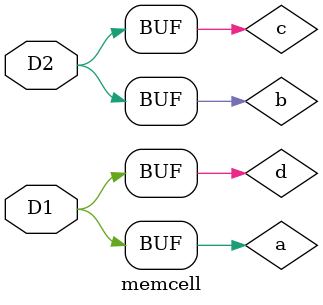
<source format=v>
module bitcell8T(input WriteEn, input ReadEn, inout D, inout D_bar);
wire [1:0] D1;
wire [1:0] D2;

memcell U0(.D1(D1[0]), .D2(D1[1]));
memcell U1(.D1(D2[0]), .D2(D2[1]));

assign D1[0] = (ReadEn) ? D : 1'bz;
assign D = (WriteEn) ? D2[0] : 1'bz;
assign D2[1] = (ReadEn) ? D_bar : 1'bz;
assign D_bar = (WriteEn) ? D1[1] : 1'bz;
endmodule

module memcell(inout D1, inout D2);
wire a, b, c, d;

assign b = ~a;
assign c = b;
assign d = ~c;
assign a = d;

assign a = D1;
assign D2 = b;
endmodule
</source>
